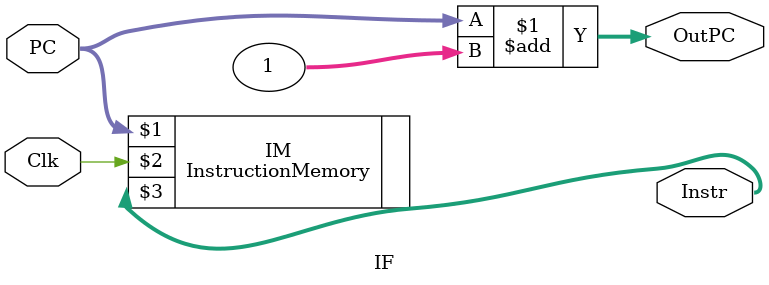
<source format=v>
module IF(
  //input
  input [31:0] PC,
  input Clk,
  //output
  output [31:0] OutPC,
  output [31:0] Instr
);

  InstructionMemory IM(PC,Clk,Instr);
  assign OutPC = PC + 32'd 1;

endmodule

</source>
